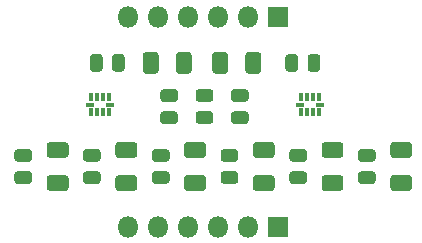
<source format=gbr>
%TF.GenerationSoftware,KiCad,Pcbnew,5.1.6*%
%TF.CreationDate,2020-07-11T18:48:30-07:00*%
%TF.ProjectId,proto_boards,70726f74-6f5f-4626-9f61-7264732e6b69,rev?*%
%TF.SameCoordinates,Original*%
%TF.FileFunction,Soldermask,Top*%
%TF.FilePolarity,Negative*%
%FSLAX46Y46*%
G04 Gerber Fmt 4.6, Leading zero omitted, Abs format (unit mm)*
G04 Created by KiCad (PCBNEW 5.1.6) date 2020-07-11 18:48:30*
%MOMM*%
%LPD*%
G01*
G04 APERTURE LIST*
%ADD10O,1.800000X1.800000*%
%ADD11R,1.800000X1.800000*%
%ADD12R,0.730000X0.450000*%
%ADD13R,0.400000X0.680000*%
%ADD14R,0.350000X0.680000*%
G04 APERTURE END LIST*
%TO.C,R9*%
G36*
G01*
X164890450Y-82000000D02*
X166200450Y-82000000D01*
G75*
G02*
X166470450Y-82270000I0J-270000D01*
G01*
X166470450Y-83080000D01*
G75*
G02*
X166200450Y-83350000I-270000J0D01*
G01*
X164890450Y-83350000D01*
G75*
G02*
X164620450Y-83080000I0J270000D01*
G01*
X164620450Y-82270000D01*
G75*
G02*
X164890450Y-82000000I270000J0D01*
G01*
G37*
G36*
G01*
X164890450Y-79200000D02*
X166200450Y-79200000D01*
G75*
G02*
X166470450Y-79470000I0J-270000D01*
G01*
X166470450Y-80280000D01*
G75*
G02*
X166200450Y-80550000I-270000J0D01*
G01*
X164890450Y-80550000D01*
G75*
G02*
X164620450Y-80280000I0J270000D01*
G01*
X164620450Y-79470000D01*
G75*
G02*
X164890450Y-79200000I270000J0D01*
G01*
G37*
%TD*%
%TO.C,R8*%
G36*
G01*
X170708630Y-82000000D02*
X172018630Y-82000000D01*
G75*
G02*
X172288630Y-82270000I0J-270000D01*
G01*
X172288630Y-83080000D01*
G75*
G02*
X172018630Y-83350000I-270000J0D01*
G01*
X170708630Y-83350000D01*
G75*
G02*
X170438630Y-83080000I0J270000D01*
G01*
X170438630Y-82270000D01*
G75*
G02*
X170708630Y-82000000I270000J0D01*
G01*
G37*
G36*
G01*
X170708630Y-79200000D02*
X172018630Y-79200000D01*
G75*
G02*
X172288630Y-79470000I0J-270000D01*
G01*
X172288630Y-80280000D01*
G75*
G02*
X172018630Y-80550000I-270000J0D01*
G01*
X170708630Y-80550000D01*
G75*
G02*
X170438630Y-80280000I0J270000D01*
G01*
X170438630Y-79470000D01*
G75*
G02*
X170708630Y-79200000I270000J0D01*
G01*
G37*
%TD*%
%TO.C,R7*%
G36*
G01*
X176526810Y-82000000D02*
X177836810Y-82000000D01*
G75*
G02*
X178106810Y-82270000I0J-270000D01*
G01*
X178106810Y-83080000D01*
G75*
G02*
X177836810Y-83350000I-270000J0D01*
G01*
X176526810Y-83350000D01*
G75*
G02*
X176256810Y-83080000I0J270000D01*
G01*
X176256810Y-82270000D01*
G75*
G02*
X176526810Y-82000000I270000J0D01*
G01*
G37*
G36*
G01*
X176526810Y-79200000D02*
X177836810Y-79200000D01*
G75*
G02*
X178106810Y-79470000I0J-270000D01*
G01*
X178106810Y-80280000D01*
G75*
G02*
X177836810Y-80550000I-270000J0D01*
G01*
X176526810Y-80550000D01*
G75*
G02*
X176256810Y-80280000I0J270000D01*
G01*
X176256810Y-79470000D01*
G75*
G02*
X176526810Y-79200000I270000J0D01*
G01*
G37*
%TD*%
%TO.C,R6*%
G36*
G01*
X182345000Y-82000000D02*
X183655000Y-82000000D01*
G75*
G02*
X183925000Y-82270000I0J-270000D01*
G01*
X183925000Y-83080000D01*
G75*
G02*
X183655000Y-83350000I-270000J0D01*
G01*
X182345000Y-83350000D01*
G75*
G02*
X182075000Y-83080000I0J270000D01*
G01*
X182075000Y-82270000D01*
G75*
G02*
X182345000Y-82000000I270000J0D01*
G01*
G37*
G36*
G01*
X182345000Y-79200000D02*
X183655000Y-79200000D01*
G75*
G02*
X183925000Y-79470000I0J-270000D01*
G01*
X183925000Y-80280000D01*
G75*
G02*
X183655000Y-80550000I-270000J0D01*
G01*
X182345000Y-80550000D01*
G75*
G02*
X182075000Y-80280000I0J270000D01*
G01*
X182075000Y-79470000D01*
G75*
G02*
X182345000Y-79200000I270000J0D01*
G01*
G37*
%TD*%
%TO.C,R5*%
G36*
G01*
X169826250Y-75800000D02*
X168863750Y-75800000D01*
G75*
G02*
X168595000Y-75531250I0J268750D01*
G01*
X168595000Y-74993750D01*
G75*
G02*
X168863750Y-74725000I268750J0D01*
G01*
X169826250Y-74725000D01*
G75*
G02*
X170095000Y-74993750I0J-268750D01*
G01*
X170095000Y-75531250D01*
G75*
G02*
X169826250Y-75800000I-268750J0D01*
G01*
G37*
G36*
G01*
X169826250Y-77675000D02*
X168863750Y-77675000D01*
G75*
G02*
X168595000Y-77406250I0J268750D01*
G01*
X168595000Y-76868750D01*
G75*
G02*
X168863750Y-76600000I268750J0D01*
G01*
X169826250Y-76600000D01*
G75*
G02*
X170095000Y-76868750I0J-268750D01*
G01*
X170095000Y-77406250D01*
G75*
G02*
X169826250Y-77675000I-268750J0D01*
G01*
G37*
%TD*%
%TO.C,R4*%
G36*
G01*
X163826250Y-75800000D02*
X162863750Y-75800000D01*
G75*
G02*
X162595000Y-75531250I0J268750D01*
G01*
X162595000Y-74993750D01*
G75*
G02*
X162863750Y-74725000I268750J0D01*
G01*
X163826250Y-74725000D01*
G75*
G02*
X164095000Y-74993750I0J-268750D01*
G01*
X164095000Y-75531250D01*
G75*
G02*
X163826250Y-75800000I-268750J0D01*
G01*
G37*
G36*
G01*
X163826250Y-77675000D02*
X162863750Y-77675000D01*
G75*
G02*
X162595000Y-77406250I0J268750D01*
G01*
X162595000Y-76868750D01*
G75*
G02*
X162863750Y-76600000I268750J0D01*
G01*
X163826250Y-76600000D01*
G75*
G02*
X164095000Y-76868750I0J-268750D01*
G01*
X164095000Y-77406250D01*
G75*
G02*
X163826250Y-77675000I-268750J0D01*
G01*
G37*
%TD*%
%TO.C,R3*%
G36*
G01*
X166826250Y-75800000D02*
X165863750Y-75800000D01*
G75*
G02*
X165595000Y-75531250I0J268750D01*
G01*
X165595000Y-74993750D01*
G75*
G02*
X165863750Y-74725000I268750J0D01*
G01*
X166826250Y-74725000D01*
G75*
G02*
X167095000Y-74993750I0J-268750D01*
G01*
X167095000Y-75531250D01*
G75*
G02*
X166826250Y-75800000I-268750J0D01*
G01*
G37*
G36*
G01*
X166826250Y-77675000D02*
X165863750Y-77675000D01*
G75*
G02*
X165595000Y-77406250I0J268750D01*
G01*
X165595000Y-76868750D01*
G75*
G02*
X165863750Y-76600000I268750J0D01*
G01*
X166826250Y-76600000D01*
G75*
G02*
X167095000Y-76868750I0J-268750D01*
G01*
X167095000Y-77406250D01*
G75*
G02*
X166826250Y-77675000I-268750J0D01*
G01*
G37*
%TD*%
%TO.C,R2*%
G36*
G01*
X159072270Y-82000000D02*
X160382270Y-82000000D01*
G75*
G02*
X160652270Y-82270000I0J-270000D01*
G01*
X160652270Y-83080000D01*
G75*
G02*
X160382270Y-83350000I-270000J0D01*
G01*
X159072270Y-83350000D01*
G75*
G02*
X158802270Y-83080000I0J270000D01*
G01*
X158802270Y-82270000D01*
G75*
G02*
X159072270Y-82000000I270000J0D01*
G01*
G37*
G36*
G01*
X159072270Y-79200000D02*
X160382270Y-79200000D01*
G75*
G02*
X160652270Y-79470000I0J-270000D01*
G01*
X160652270Y-80280000D01*
G75*
G02*
X160382270Y-80550000I-270000J0D01*
G01*
X159072270Y-80550000D01*
G75*
G02*
X158802270Y-80280000I0J270000D01*
G01*
X158802270Y-79470000D01*
G75*
G02*
X159072270Y-79200000I270000J0D01*
G01*
G37*
%TD*%
%TO.C,R1*%
G36*
G01*
X153254090Y-82000000D02*
X154564090Y-82000000D01*
G75*
G02*
X154834090Y-82270000I0J-270000D01*
G01*
X154834090Y-83080000D01*
G75*
G02*
X154564090Y-83350000I-270000J0D01*
G01*
X153254090Y-83350000D01*
G75*
G02*
X152984090Y-83080000I0J270000D01*
G01*
X152984090Y-82270000D01*
G75*
G02*
X153254090Y-82000000I270000J0D01*
G01*
G37*
G36*
G01*
X153254090Y-79200000D02*
X154564090Y-79200000D01*
G75*
G02*
X154834090Y-79470000I0J-270000D01*
G01*
X154834090Y-80280000D01*
G75*
G02*
X154564090Y-80550000I-270000J0D01*
G01*
X153254090Y-80550000D01*
G75*
G02*
X152984090Y-80280000I0J270000D01*
G01*
X152984090Y-79470000D01*
G75*
G02*
X153254090Y-79200000I270000J0D01*
G01*
G37*
%TD*%
D10*
%TO.C,J2*%
X159890000Y-86360000D03*
X162430000Y-86360000D03*
X164970000Y-86360000D03*
X167510000Y-86360000D03*
X170050000Y-86360000D03*
D11*
X172590000Y-86360000D03*
%TD*%
D10*
%TO.C,J1*%
X159890000Y-68580000D03*
X162430000Y-68580000D03*
X164970000Y-68580000D03*
X167510000Y-68580000D03*
X170050000Y-68580000D03*
D11*
X172590000Y-68580000D03*
%TD*%
D12*
%TO.C,IC2*%
X174400000Y-76040000D03*
D13*
X174510000Y-75400000D03*
D14*
X175010000Y-75400000D03*
X175510000Y-75400000D03*
D13*
X176010000Y-75400000D03*
D12*
X176120000Y-76040000D03*
D13*
X176010000Y-76680000D03*
D14*
X175510000Y-76680000D03*
X175010000Y-76680000D03*
D13*
X174510000Y-76680000D03*
%TD*%
%TO.C,IC1*%
X156730000Y-76680000D03*
D14*
X157230000Y-76680000D03*
X157730000Y-76680000D03*
D13*
X158230000Y-76680000D03*
D12*
X158340000Y-76040000D03*
D13*
X158230000Y-75400000D03*
D14*
X157730000Y-75400000D03*
X157230000Y-75400000D03*
D13*
X156730000Y-75400000D03*
D12*
X156620000Y-76040000D03*
%TD*%
%TO.C,FB2*%
G36*
G01*
X157715000Y-72018750D02*
X157715000Y-72981250D01*
G75*
G02*
X157446250Y-73250000I-268750J0D01*
G01*
X156908750Y-73250000D01*
G75*
G02*
X156640000Y-72981250I0J268750D01*
G01*
X156640000Y-72018750D01*
G75*
G02*
X156908750Y-71750000I268750J0D01*
G01*
X157446250Y-71750000D01*
G75*
G02*
X157715000Y-72018750I0J-268750D01*
G01*
G37*
G36*
G01*
X159590000Y-72018750D02*
X159590000Y-72981250D01*
G75*
G02*
X159321250Y-73250000I-268750J0D01*
G01*
X158783750Y-73250000D01*
G75*
G02*
X158515000Y-72981250I0J268750D01*
G01*
X158515000Y-72018750D01*
G75*
G02*
X158783750Y-71750000I268750J0D01*
G01*
X159321250Y-71750000D01*
G75*
G02*
X159590000Y-72018750I0J-268750D01*
G01*
G37*
%TD*%
%TO.C,FB1*%
G36*
G01*
X175075000Y-72986250D02*
X175075000Y-72023750D01*
G75*
G02*
X175343750Y-71755000I268750J0D01*
G01*
X175881250Y-71755000D01*
G75*
G02*
X176150000Y-72023750I0J-268750D01*
G01*
X176150000Y-72986250D01*
G75*
G02*
X175881250Y-73255000I-268750J0D01*
G01*
X175343750Y-73255000D01*
G75*
G02*
X175075000Y-72986250I0J268750D01*
G01*
G37*
G36*
G01*
X173200000Y-72986250D02*
X173200000Y-72023750D01*
G75*
G02*
X173468750Y-71755000I268750J0D01*
G01*
X174006250Y-71755000D01*
G75*
G02*
X174275000Y-72023750I0J-268750D01*
G01*
X174275000Y-72986250D01*
G75*
G02*
X174006250Y-73255000I-268750J0D01*
G01*
X173468750Y-73255000D01*
G75*
G02*
X173200000Y-72986250I0J268750D01*
G01*
G37*
%TD*%
%TO.C,C8*%
G36*
G01*
X169800000Y-73160000D02*
X169800000Y-71850000D01*
G75*
G02*
X170070000Y-71580000I270000J0D01*
G01*
X170880000Y-71580000D01*
G75*
G02*
X171150000Y-71850000I0J-270000D01*
G01*
X171150000Y-73160000D01*
G75*
G02*
X170880000Y-73430000I-270000J0D01*
G01*
X170070000Y-73430000D01*
G75*
G02*
X169800000Y-73160000I0J270000D01*
G01*
G37*
G36*
G01*
X167000000Y-73160000D02*
X167000000Y-71850000D01*
G75*
G02*
X167270000Y-71580000I270000J0D01*
G01*
X168080000Y-71580000D01*
G75*
G02*
X168350000Y-71850000I0J-270000D01*
G01*
X168350000Y-73160000D01*
G75*
G02*
X168080000Y-73430000I-270000J0D01*
G01*
X167270000Y-73430000D01*
G75*
G02*
X167000000Y-73160000I0J270000D01*
G01*
G37*
%TD*%
%TO.C,C7*%
G36*
G01*
X163117610Y-80875000D02*
X162155110Y-80875000D01*
G75*
G02*
X161886360Y-80606250I0J268750D01*
G01*
X161886360Y-80068750D01*
G75*
G02*
X162155110Y-79800000I268750J0D01*
G01*
X163117610Y-79800000D01*
G75*
G02*
X163386360Y-80068750I0J-268750D01*
G01*
X163386360Y-80606250D01*
G75*
G02*
X163117610Y-80875000I-268750J0D01*
G01*
G37*
G36*
G01*
X163117610Y-82750000D02*
X162155110Y-82750000D01*
G75*
G02*
X161886360Y-82481250I0J268750D01*
G01*
X161886360Y-81943750D01*
G75*
G02*
X162155110Y-81675000I268750J0D01*
G01*
X163117610Y-81675000D01*
G75*
G02*
X163386360Y-81943750I0J-268750D01*
G01*
X163386360Y-82481250D01*
G75*
G02*
X163117610Y-82750000I-268750J0D01*
G01*
G37*
%TD*%
%TO.C,C6*%
G36*
G01*
X168935790Y-80875000D02*
X167973290Y-80875000D01*
G75*
G02*
X167704540Y-80606250I0J268750D01*
G01*
X167704540Y-80068750D01*
G75*
G02*
X167973290Y-79800000I268750J0D01*
G01*
X168935790Y-79800000D01*
G75*
G02*
X169204540Y-80068750I0J-268750D01*
G01*
X169204540Y-80606250D01*
G75*
G02*
X168935790Y-80875000I-268750J0D01*
G01*
G37*
G36*
G01*
X168935790Y-82750000D02*
X167973290Y-82750000D01*
G75*
G02*
X167704540Y-82481250I0J268750D01*
G01*
X167704540Y-81943750D01*
G75*
G02*
X167973290Y-81675000I268750J0D01*
G01*
X168935790Y-81675000D01*
G75*
G02*
X169204540Y-81943750I0J-268750D01*
G01*
X169204540Y-82481250D01*
G75*
G02*
X168935790Y-82750000I-268750J0D01*
G01*
G37*
%TD*%
%TO.C,C5*%
G36*
G01*
X174753970Y-80875000D02*
X173791470Y-80875000D01*
G75*
G02*
X173522720Y-80606250I0J268750D01*
G01*
X173522720Y-80068750D01*
G75*
G02*
X173791470Y-79800000I268750J0D01*
G01*
X174753970Y-79800000D01*
G75*
G02*
X175022720Y-80068750I0J-268750D01*
G01*
X175022720Y-80606250D01*
G75*
G02*
X174753970Y-80875000I-268750J0D01*
G01*
G37*
G36*
G01*
X174753970Y-82750000D02*
X173791470Y-82750000D01*
G75*
G02*
X173522720Y-82481250I0J268750D01*
G01*
X173522720Y-81943750D01*
G75*
G02*
X173791470Y-81675000I268750J0D01*
G01*
X174753970Y-81675000D01*
G75*
G02*
X175022720Y-81943750I0J-268750D01*
G01*
X175022720Y-82481250D01*
G75*
G02*
X174753970Y-82750000I-268750J0D01*
G01*
G37*
%TD*%
%TO.C,C4*%
G36*
G01*
X180572150Y-80875000D02*
X179609650Y-80875000D01*
G75*
G02*
X179340900Y-80606250I0J268750D01*
G01*
X179340900Y-80068750D01*
G75*
G02*
X179609650Y-79800000I268750J0D01*
G01*
X180572150Y-79800000D01*
G75*
G02*
X180840900Y-80068750I0J-268750D01*
G01*
X180840900Y-80606250D01*
G75*
G02*
X180572150Y-80875000I-268750J0D01*
G01*
G37*
G36*
G01*
X180572150Y-82750000D02*
X179609650Y-82750000D01*
G75*
G02*
X179340900Y-82481250I0J268750D01*
G01*
X179340900Y-81943750D01*
G75*
G02*
X179609650Y-81675000I268750J0D01*
G01*
X180572150Y-81675000D01*
G75*
G02*
X180840900Y-81943750I0J-268750D01*
G01*
X180840900Y-82481250D01*
G75*
G02*
X180572150Y-82750000I-268750J0D01*
G01*
G37*
%TD*%
%TO.C,C3*%
G36*
G01*
X157299430Y-80875000D02*
X156336930Y-80875000D01*
G75*
G02*
X156068180Y-80606250I0J268750D01*
G01*
X156068180Y-80068750D01*
G75*
G02*
X156336930Y-79800000I268750J0D01*
G01*
X157299430Y-79800000D01*
G75*
G02*
X157568180Y-80068750I0J-268750D01*
G01*
X157568180Y-80606250D01*
G75*
G02*
X157299430Y-80875000I-268750J0D01*
G01*
G37*
G36*
G01*
X157299430Y-82750000D02*
X156336930Y-82750000D01*
G75*
G02*
X156068180Y-82481250I0J268750D01*
G01*
X156068180Y-81943750D01*
G75*
G02*
X156336930Y-81675000I268750J0D01*
G01*
X157299430Y-81675000D01*
G75*
G02*
X157568180Y-81943750I0J-268750D01*
G01*
X157568180Y-82481250D01*
G75*
G02*
X157299430Y-82750000I-268750J0D01*
G01*
G37*
%TD*%
%TO.C,C2*%
G36*
G01*
X151481250Y-80875000D02*
X150518750Y-80875000D01*
G75*
G02*
X150250000Y-80606250I0J268750D01*
G01*
X150250000Y-80068750D01*
G75*
G02*
X150518750Y-79800000I268750J0D01*
G01*
X151481250Y-79800000D01*
G75*
G02*
X151750000Y-80068750I0J-268750D01*
G01*
X151750000Y-80606250D01*
G75*
G02*
X151481250Y-80875000I-268750J0D01*
G01*
G37*
G36*
G01*
X151481250Y-82750000D02*
X150518750Y-82750000D01*
G75*
G02*
X150250000Y-82481250I0J268750D01*
G01*
X150250000Y-81943750D01*
G75*
G02*
X150518750Y-81675000I268750J0D01*
G01*
X151481250Y-81675000D01*
G75*
G02*
X151750000Y-81943750I0J-268750D01*
G01*
X151750000Y-82481250D01*
G75*
G02*
X151481250Y-82750000I-268750J0D01*
G01*
G37*
%TD*%
%TO.C,C1*%
G36*
G01*
X163920000Y-73160000D02*
X163920000Y-71850000D01*
G75*
G02*
X164190000Y-71580000I270000J0D01*
G01*
X165000000Y-71580000D01*
G75*
G02*
X165270000Y-71850000I0J-270000D01*
G01*
X165270000Y-73160000D01*
G75*
G02*
X165000000Y-73430000I-270000J0D01*
G01*
X164190000Y-73430000D01*
G75*
G02*
X163920000Y-73160000I0J270000D01*
G01*
G37*
G36*
G01*
X161120000Y-73160000D02*
X161120000Y-71850000D01*
G75*
G02*
X161390000Y-71580000I270000J0D01*
G01*
X162200000Y-71580000D01*
G75*
G02*
X162470000Y-71850000I0J-270000D01*
G01*
X162470000Y-73160000D01*
G75*
G02*
X162200000Y-73430000I-270000J0D01*
G01*
X161390000Y-73430000D01*
G75*
G02*
X161120000Y-73160000I0J270000D01*
G01*
G37*
%TD*%
M02*

</source>
